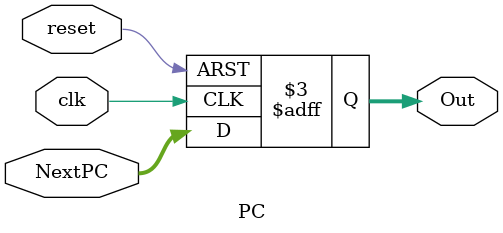
<source format=v>
`timescale 1ns / 1ps


module PC(
    input [15:0] NextPC,
    input reset,
    input clk,
    output reg [15:0]  Out
    );
    
    always@(posedge clk or negedge reset)
    begin
        if(~reset)
        begin
            Out <= 0;
        end
        else
        begin
            Out <= NextPC;
        end
    end
endmodule

</source>
